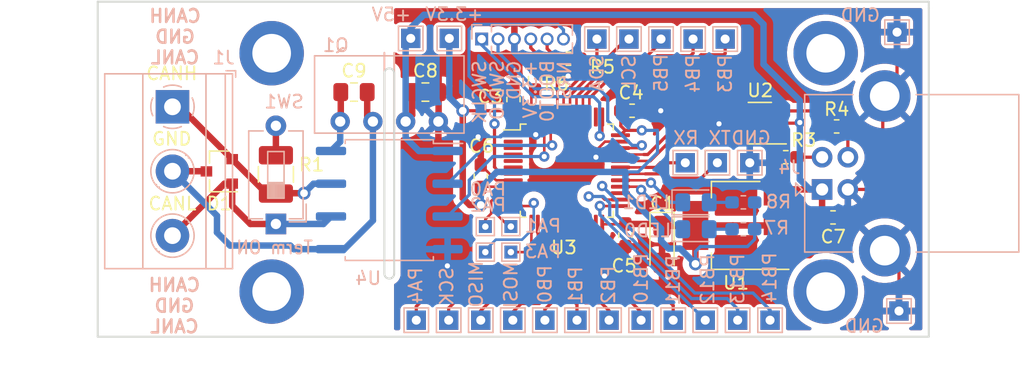
<source format=kicad_pcb>
(kicad_pcb (version 20211014) (generator pcbnew)
  (layers (0 "F.Cu" signal) (31 "B.Cu" signal) (34 "B.Paste" user) (35 "F.Paste" user) (36 "B.SilkS" user "B.Silkscreen") (37 "F.SilkS" user "F.Silkscreen") (38 "B.Mask" user) (39 "F.Mask" user) (44 "Edge.Cuts" user))
  (net 0 "")
  (net 1 "GND")
  (net 2 "+3V3")
  (net 3 "+5V")
  (net 4 "/NRST")
  (net 5 "/BOOT0")
  (net 6 "Net-(D3-Pad2)")
  (net 7 "/LED0")
  (net 8 "/LED1")
  (net 9 "/CAN_Tx")
  (net 10 "/CAN_Rx")
  (net 11 "/CANL")
  (net 12 "/CANH")
  (net 13 "Net-(D4-Pad2)")
  (net 14 "/SWDIO")
  (net 15 "/SWCLK")
  (net 16 "Net-(R1-Pad1)")
  (net 20 "Net-(C9-Pad1)")
  (net 21 "Earth")
  (net 23 "Net-(J2-Pad1)")
  (net 24 "Net-(J3-Pad4)")
  (net 30 "Net-(J4-Pad2)")
  (net 31 "Net-(J5-Pad1)")
  (net 32 "Net-(J6-Pad1)")
  (net 33 "Net-(J7-Pad1)")
  (net 35 "Net-(J8-Pad1)")
  (net 36 "Net-(J4-Pad3)")
  (net 37 "Net-(R3-Pad2)")
  (net 38 "Net-(R4-Pad2)")
  (net 39 "Net-(J9-Pad1)")
  (net 40 "Net-(J10-Pad1)")
  (net 41 "Net-(J11-Pad1)")
  (net 42 "Net-(J12-Pad1)")
  (net 43 "Net-(J13-Pad1)")
  (net 44 "Net-(J14-Pad1)")
  (net 45 "Net-(J15-Pad1)")
  (net 46 "Net-(J16-Pad1)")
  (net 47 "Net-(J21-Pad1)")
  (net 48 "Net-(J22-Pad1)")
  (net 49 "Net-(J23-Pad1)")
  (net 50 "Net-(J24-Pad1)")
  (net 51 "Net-(J25-Pad1)")
  (net 52 "Net-(J26-Pad1)")
  (net 53 "Net-(U3-Pad25)")
  (net 54 "Net-(U3-Pad26)")
  (net 55 "Net-(U3-Pad27)")
  (net 56 "Net-(U3-Pad14)")
  (net 57 "Net-(U2-Pad4)")
  (net 58 "Net-(U2-Pad6)")
  (footprint "Capacitor_Tantalum_SMD:CP_EIA-3216-18_Kemet-A_Pad1.58x1.35mm_HandSolder" (layer "F.Cu") (at 104.8004 68.3411 -90)
    (fp_text reference "C1")
    (fp_text value "47u")
  )
  (footprint "Capacitor_SMD:C_0603_1608Metric_Pad1.05x0.95mm_HandSolder" (layer "F.Cu") (at 93.2688 57.0878 -90)
    (fp_text reference "C3")
    (fp_text value "0.1")
  )
  (footprint "Capacitor_SMD:C_0603_1608Metric_Pad1.05x0.95mm_HandSolder" (layer "F.Cu") (at 102.475 57.9628 180)
    (fp_text reference "C4")
    (fp_text value "0.1")
  )
  (footprint "Capacitor_SMD:C_0603_1608Metric_Pad1.05x0.95mm_HandSolder" (layer "F.Cu") (at 101.9556 67.6262 90)
    (fp_text reference "C5")
    (fp_text value "0.1")
  )
  (footprint "Capacitor_SMD:C_0603_1608Metric_Pad1.05x0.95mm_HandSolder" (layer "F.Cu") (at 90.7288 63.0428 -90)
    (fp_text reference "C6")
    (fp_text value "0.1")
  )
  (footprint "TO_SOT_Packages_SMD:SOT-23" (layer "F.Cu") (at 70.4375 62.672 180)
    (fp_text reference "D1")
    (fp_text value "PESD1CAN")
  )
  (footprint "my_footprints:Hole_3mm" (layer "F.Cu") (at 74.5 53.5)
    (fp_text reference "P1" hide)
    (fp_text value "Hole" hide)
  )
  (footprint "my_footprints:Hole_3mm" (layer "F.Cu") (at 117.5 53.5)
    (fp_text reference "P2" hide)
    (fp_text value "Hole" hide)
  )
  (footprint "my_footprints:Hole_3mm" (layer "F.Cu") (at 117.5 72)
    (fp_text reference "P3" hide)
    (fp_text value "Hole" hide)
  )
  (footprint "my_footprints:Hole_3mm" (layer "F.Cu") (at 74.5 72)
    (fp_text reference "P4" hide)
    (fp_text value "Hole" hide)
  )
  (footprint "Resistor_SMD:R_0603_1608Metric_Pad1.05x0.95mm_HandSolder" (layer "F.Cu") (at 114.4016 61.5696 180)
    (fp_text reference "R3")
    (fp_text value "22")
  )
  (footprint "Resistor_SMD:R_0603_1608Metric_Pad1.05x0.95mm_HandSolder" (layer "F.Cu") (at 118.3526 59.182 180)
    (fp_text reference "R4")
    (fp_text value "22")
  )
  (footprint "Resistor_SMD:R_0603_1608Metric_Pad1.05x0.95mm_HandSolder" (layer "F.Cu") (at 97.536 53.9242 180)
    (fp_text reference "R5")
    (fp_text value "10k")
  )
  (footprint "Resistor_SMD:R_0603_1608Metric_Pad1.05x0.95mm_HandSolder" (layer "F.Cu") (at 94.9452 55.485 90)
    (fp_text reference "R6")
    (fp_text value "22")
  )
  (footprint "Package_QFP:LQFP-48_7x7mm_P0.5mm" (layer "F.Cu") (at 97.409 62.611)
    (fp_text reference "U3")
    (fp_text value "STM32F072C8Tx")
  )
  (footprint "Capacitor_SMD:C_0603_1608Metric_Pad1.05x0.95mm_HandSolder" (layer "F.Cu") (at 118.0706 66.2432)
    (fp_text reference "C7")
    (fp_text value "0.1")
  )
  (footprint "Capacitor_SMD:C_0805_2012Metric_Pad1.15x1.40mm_HandSolder" (layer "F.Cu") (at 86.4325 56.515)
    (fp_text reference "C8")
    (fp_text value "1")
  )
  (footprint "Capacitor_SMD:C_0805_2012Metric_Pad1.15x1.40mm_HandSolder" (layer "F.Cu") (at 80.89 56.515)
    (fp_text reference "C9")
    (fp_text value "1")
  )
  (footprint "Resistor_SMD:R_1210_3225Metric_Pad1.42x2.65mm_HandSolder" (layer "F.Cu") (at 74.8284 62.9047 -90)
    (fp_text reference "R1")
    (fp_text value "120")
  )
  (footprint "TO_SOT_Packages_SMD:SOT-223-3_TabPin2" (layer "F.Cu") (at 110.5404 66.8668 180)
    (fp_text reference "U1")
    (fp_text value "LM1117-3.3")
  )
  (footprint "Package_TO_SOT_SMD:SOT-23-6_Handsoldering" (layer "F.Cu") (at 112.3912 58.928 180)
    (fp_text reference "U2")
    (fp_text value "USBLC6-2SC6")
  )
  (footprint "LED_SMD:LED_0805_2012Metric_Pad1.15x1.40mm_HandSolder" (layer "B.Cu") (at 107.433 67.1576)
    (fp_text reference "D3" hide)
    (fp_text value "LED0")
  )
  (footprint "LED_SMD:LED_0805_2012Metric_Pad1.15x1.40mm_HandSolder" (layer "B.Cu") (at 107.433 65.0748)
    (fp_text reference "D4" hide)
    (fp_text value "LED1")
  )
  (footprint "TerminalBlock_Phoenix:TerminalBlock_Phoenix_MKDS-1,5-3_1x03_P5.00mm_Horizontal" (layer "B.Cu") (at 66.802 57.658 -90)
    (fp_text reference "J1")
    (fp_text value "Screw_Terminal_01x03")
  )
  (footprint "Connector_PinHeader_1.27mm:PinHeader_1x06_P1.27mm_Vertical" (layer "B.Cu") (at 90.8004 52.4002 -90)
    (fp_text reference "J3" hide)
    (fp_text value "SWDetc")
  )
  (footprint "Resistor_SMD:R_0603_1608Metric_Pad1.05x0.95mm_HandSolder" (layer "B.Cu") (at 111.111 67.1576)
    (fp_text reference "R7")
    (fp_text value "330")
  )
  (footprint "Resistor_SMD:R_0603_1608Metric_Pad1.05x0.95mm_HandSolder" (layer "B.Cu") (at 111.111 65.0748)
    (fp_text reference "R8")
    (fp_text value "330")
  )
  (footprint "Button_Switch_THT:SW_DIP_SPSTx01_Slide_6.7x4.1mm_W7.62mm_P2.54mm_LowProfile" (layer "B.Cu") (at 74.8284 66.7512 90)
    (fp_text reference "SW1")
    (fp_text value "SW_DIP_x01")
  )
  (footprint "Package_SO:SOP-8_6.62x9.15mm_P2.54mm" (layer "B.Cu") (at 83.6295 64.897 180)
    (fp_text reference "U4")
    (fp_text value "ISO1050DUB")
  )
  (footprint "my_footprints:B0x0xS" (layer "B.Cu") (at 83.6295 58.801 180)
    (fp_text reference "Q1")
    (fp_text value "B0505S")
  )
  (footprint "Connector_USB:USB_B_Lumberg_2411_02_Horizontal" (layer "B.Cu") (at 117.221 64.0715)
    (fp_text reference "J4")
    (fp_text value "USB_B")
  )
  (footprint "TestPoint:TestPoint_THTPad_1.5x1.5mm_Drill0.7mm" (layer "B.Cu") (at 103.1748 74.2188)
    (fp_text reference "J25" hide)
    (fp_text value "PB10")
  )
  (footprint "TestPoint:TestPoint_THTPad_1.5x1.5mm_Drill0.7mm" (layer "B.Cu") (at 111.6076 62.0014 180)
    (fp_text reference "J31" hide)
    (fp_text value "GND")
  )
  (footprint "TestPoint:TestPoint_THTPad_1.5x1.5mm_Drill0.7mm" (layer "B.Cu") (at 85.2932 52.3494 180)
    (fp_text reference "J20" hide)
    (fp_text value "+5V")
  )
  (footprint "TestPoint:TestPoint_THTPad_1.5x1.5mm_Drill0.7mm" (layer "B.Cu") (at 99.744 52.4002 180)
    (fp_text reference "J10" hide)
    (fp_text value "SDA")
  )
  (footprint "TestPoint:TestPoint_THTPad_1.5x1.5mm_Drill0.7mm" (layer "B.Cu") (at 102.2304 52.4002 180)
    (fp_text reference "J9" hide)
    (fp_text value "SCL")
  )
  (footprint "TestPoint:TestPoint_THTPad_1.5x1.5mm_Drill0.7mm" (layer "B.Cu") (at 109.698 52.4002 180)
    (fp_text reference "J16" hide)
    (fp_text value "PB3")
  )
  (footprint "TestPoint:TestPoint_THTPad_1.5x1.5mm_Drill0.7mm" (layer "B.Cu") (at 113.1824 74.2188 180)
    (fp_text reference "J29" hide)
    (fp_text value "PB14")
  )
  (footprint "TestPoint:TestPoint_THTPad_1.5x1.5mm_Drill0.7mm" (layer "B.Cu") (at 85.725 74.2188 180)
    (fp_text reference "J30" hide)
    (fp_text value "PA4")
  )
  (footprint "TestPoint:TestPoint_THTPad_1.0x1.0mm_Drill0.5mm" (layer "B.Cu") (at 93.0656 66.9544)
    (fp_text reference "J22" hide)
    (fp_text value "PA1")
  )
  (footprint "TestPoint:TestPoint_THTPad_1.5x1.5mm_Drill0.7mm" (layer "B.Cu") (at 100.6856 74.2188 180)
    (fp_text reference "J15" hide)
    (fp_text value "PB2")
  )
  (footprint "TestPoint:TestPoint_THTPad_1.0x1.0mm_Drill0.5mm" (layer "B.Cu") (at 91.0844 66.9544 180)
    (fp_text reference "J21" hide)
    (fp_text value "PA0")
  )
  (footprint "TestPoint:TestPoint_THTPad_1.5x1.5mm_Drill0.7mm" (layer "B.Cu") (at 93.218 74.2188 180)
    (fp_text reference "J6" hide)
    (fp_text value "MOSI")
  )
  (footprint "TestPoint:TestPoint_THTPad_1.5x1.5mm_Drill0.7mm" (layer "B.Cu") (at 98.1964 74.2188 180)
    (fp_text reference "J12" hide)
    (fp_text value "PB1")
  )
  (footprint "TestPoint:TestPoint_THTPad_1.5x1.5mm_Drill0.7mm" (layer "B.Cu") (at 109.093 62.0014 180)
    (fp_text reference "J7" hide)
    (fp_text value "TX")
  )
  (footprint "TestPoint:TestPoint_THTPad_1.5x1.5mm_Drill0.7mm" (layer "B.Cu") (at 123.19 73.5076 180)
    (fp_text reference "J17" hide)
    (fp_text value "GND")
  )
  (footprint "TestPoint:TestPoint_THTPad_1.0x1.0mm_Drill0.5mm" (layer "B.Cu") (at 93.0656 68.9356 180)
    (fp_text reference "J24" hide)
    (fp_text value "PA3")
  )
  (footprint "TestPoint:TestPoint_THTPad_1.5x1.5mm_Drill0.7mm" (layer "B.Cu") (at 90.7288 74.2188 180)
    (fp_text reference "J5" hide)
    (fp_text value "MISO")
  )
  (footprint "TestPoint:TestPoint_THTPad_1.5x1.5mm_Drill0.7mm" (layer "B.Cu") (at 104.7196 52.4002 180)
    (fp_text reference "J14" hide)
    (fp_text value "PB5")
  )
  (footprint "TestPoint:TestPoint_THTPad_1.5x1.5mm_Drill0.7mm" (layer "B.Cu") (at 106.6038 62.0014 180)
    (fp_text reference "J8" hide)
    (fp_text value "RX")
  )
  (footprint "TestPoint:TestPoint_THTPad_1.5x1.5mm_Drill0.7mm" (layer "B.Cu") (at 108.1532 74.2188 180)
    (fp_text reference "J27" hide)
    (fp_text value "PB12")
  )
  (footprint "TestPoint:TestPoint_THTPad_1.5x1.5mm_Drill0.7mm" (layer "B.Cu") (at 88.2396 74.2188 180)
    (fp_text reference "J2" hide)
    (fp_text value "SCK")
  )
  (footprint "TestPoint:TestPoint_THTPad_1.5x1.5mm_Drill0.7mm" (layer "B.Cu") (at 110.6678 74.2188 180)
    (fp_text reference "J28" hide)
    (fp_text value "PB13")
  )
  (footprint "TestPoint:TestPoint_THTPad_1.5x1.5mm_Drill0.7mm" (layer "B.Cu") (at 95.7072 74.2188 180)
    (fp_text reference "J11" hide)
    (fp_text value "PB0")
  )
  (footprint "TestPoint:TestPoint_THTPad_1.0x1.0mm_Drill0.5mm" (layer "B.Cu") (at 91.0844 68.9356 180)
    (fp_text reference "J23" hide)
    (fp_text value "PA2")
  )
  (footprint "TestPoint:TestPoint_THTPad_1.5x1.5mm_Drill0.7mm" (layer "B.Cu") (at 105.664 74.2188)
    (fp_text reference "J26" hide)
    (fp_text value "PB11")
  )
  (footprint "TestPoint:TestPoint_THTPad_1.5x1.5mm_Drill0.7mm" (layer "B.Cu") (at 107.2088 52.4002 180)
    (fp_text reference "J13" hide)
    (fp_text value "PB4")
  )
  (footprint "TestPoint:TestPoint_THTPad_1.5x1.5mm_Drill0.7mm" (layer "B.Cu") (at 88.2904 52.3494 180)
    (fp_text reference "J19" hide)
    (fp_text value "+3.3V")
  )
  (footprint "TestPoint:TestPoint_THTPad_1.5x1.5mm_Drill0.7mm" (layer "B.Cu") (at 123.0376 51.8668 180)
    (fp_text reference "J18" hide)
    (fp_text value "GND")
  )
  (gr_line (start 125.5 50) (end 125.5 49.5) (layer "Edge.Cuts") (width 0.15))
  (gr_line (start 61 75.5) (end 125.5 75.5) (layer "Edge.Cuts") (width 0.15))
  (gr_line (start 125.5 75.5) (end 125.5 50) (layer "Edge.Cuts") (width 0.15))
  (gr_arc (start 84.0105 70.612) (mid 83.6295 70.993) (end 83.2485 70.612) (layer "Edge.Cuts") (width 0.15))
  (gr_line (start 84.0105 55.0545) (end 84.0105 70.612) (layer "Edge.Cuts") (width 0.15))
  (gr_line (start 83.2485 55.0545) (end 83.2485 70.612) (layer "Edge.Cuts") (width 0.15))
  (gr_line (start 61 49.5) (end 61 75.5) (layer "Edge.Cuts") (width 0.15))
  (gr_arc (start 83.2485 55.0545) (mid 83.6295 54.6735) (end 84.0105 55.0545) (layer "Edge.Cuts") (width 0.15))
  (gr_line (start 61 49.5) (end 125.5 49.5) (layer "Edge.Cuts") (width 0.15))
  (gr_text "SWCLK" (at 90.6272 56.515 90) (layer "B.SilkS") (effects (font (size 1 1)) (justify mirror)))
  (gr_text "NRST" (at 97.2312 55.9816 90) (layer "B.SilkS") (effects (font (size 1 1)) (justify mirror)))
  (gr_text "Term ON" (at 74.7268 68.58) (layer "B.SilkS") (effects (font (size 1 0.92)) (justify mirror)))
  (gr_text "CANH\nGND\nCANL" (at 67.0052 52.2224) (layer "B.SilkS") (effects (font (size 1 1) (thickness 0.2)) (justify mirror)))
  (gr_text "+3.3V" (at 94.5642 56.3118 90) (layer "B.SilkS") (effects (font (size 1 1)) (justify mirror)))
  (gr_text "GND" (at 93.3196 55.6006 90) (layer "B.SilkS") (effects (font (size 1 1)) (justify mirror)))
  (gr_text "CANH\nGND\nCANL" (at 66.9544 73.1012) (layer "B.SilkS") (effects (font (size 1 1) (thickness 0.2)) (justify mirror)))
  (gr_text "SWDIO" (at 91.9988 56.3626 90) (layer "B.SilkS") (effects (font (size 1 1)) (justify mirror)))
  (gr_text "BOOT0" (at 95.885 56.4388 90) (layer "B.SilkS") (effects (font (size 1 1)) (justify mirror)))
  (gr_text "GND" (at 66.7512 60.1472) (layer "F.SilkS") (effects (font (size 1 1))))
  (gr_text "CANH" (at 66.7512 55.0672) (layer "F.SilkS") (effects (font (size 1 1))))
  (gr_text "CANL" (at 66.802 65.1764) (layer "F.SilkS") (effects (font (size 1 1))))
  (segment (start 93.3404 56.1412) (end 93.2688 56.2128) (width 0.25) (layer "F.Cu") (net 1))
  (segment (start 95.159 59.654) (end 94.996 59.817) (width 0.2) (layer "F.Cu") (net 1))
  (segment (start 95.159 58.4485) (end 95.159 59.654) (width 0.2) (layer "F.Cu") (net 1))
  (segment (start 119.221 64.0715) (end 120.8913 64.0715) (width 0.25) (layer "F.Cu") (net 1))
  (segment (start 104.475 69.7786) (end 103.1748 68.4784) (width 0.5) (layer "F.Cu") (net 1))
  (segment (start 100.3702 60.361) (end 99.6696 61.0616) (width 0.2) (layer "F.Cu") (net 1))
  (segment (start 87.4575 58.783) (end 87.4395 58.801) (width 0.5) (layer "F.Cu") (net 1))
  (segment (start 116.2532 69.1668) (end 118.9456 66.4744) (width 0.5) (layer "F.Cu") (net 1))
  (segment (start 101.9556 68.5012) (end 103.152 68.5012) (width 0.5) (layer "F.Cu") (net 1))
  (segment (start 87.7597 56.2128) (end 87.4575 56.515) (width 0.25) (layer "F.Cu") (net 1))
  (segment (start 100.0988 68.5012) (end 101.9556 68.5012) (width 0.2) (layer "F.Cu") (net 1))
  (segment (start 105.8521 70.8303) (end 113.6245 70.8303) (width 0.25) (layer "F.Cu") (net 1))
  (segment (start 113.6245 70.8303) (end 113.6904 70.7644) (width 0.25) (layer "F.Cu") (net 1))
  (segment (start 113.6904 69.1668) (end 116.2532 69.1668) (width 0.5) (layer "F.Cu") (net 1))
  (segment (start 103.152 68.5012) (end 103.1748 68.4784) (width 0.5) (layer "F.Cu") (net 1))
  (segment (start 119.221 64.0715) (end 119.221 65.9678) (width 0.5) (layer "F.Cu") (net 1))
  (segment (start 98.411 54.37) (end 97.5106 55.2704) (width 0.25) (layer "F.Cu") (net 1))
  (segment (start 93.2465 63.361) (end 91.922 63.361) (width 0.2) (layer "F.Cu") (net 1))
  (segment (start 123.0376 51.8668) (end 123.0376 55.8649) (width 0.25) (layer "F.Cu") (net 1))
  (segment (start 98.7412 53.594) (end 98.411 53.9242) (width 0.25) (layer "F.Cu") (net 1))
  (segment (start 123.19 69.9305) (end 122.081 68.8215) (width 0.25) (layer "F.Cu") (net 1))
  (segment (start 99.659 66.7735) (end 99.659 68.0614) (width 0.2) (layer "F.Cu") (net 1))
  (segment (start 87.4575 56.515) (end 87.4575 58.783) (width 0.5) (layer "F.Cu") (net 1))
  (segment (start 93.3404 52.4002) (end 93.3404 56.1412) (width 0.25) (layer "F.Cu") (net 1))
  (segment (start 101.9556 68.5012) (end 101.9556 69.1642) (width 0.25) (layer "F.Cu") (net 1))
  (segment (start 109.2708 58.928) (end 109.22 58.9788) (width 0.5) (layer "F.Cu") (net 1))
  (segment (start 113.6904 69.1668) (end 113.6904 70.7644) (width 0.5) (layer "F.Cu") (net 1))
  (segment (start 90.7288 62.1678) (end 90.7288 60.198) (width 0.25) (layer "F.Cu") (net 1))
  (segment (start 121.931 63.0318) (end 121.931 56.8015) (width 0.25) (layer "F.Cu") (net 1))
  (segment (start 101.5715 60.361) (end 100.3702 60.361) (width 0.2) (layer "F.Cu") (net 1))
  (segment (start 93.2688 56.2128) (end 87.7597 56.2128) (width 0.25) (layer "F.Cu") (net 1))
  (segment (start 90.7288 60.198) (end 90.5256 59.9948) (width 0.25) (layer "F.Cu") (net 1))
  (segment (start 119.3327 66.2432) (end 121.931 68.8415) (width 0.25) (layer "F.Cu") (net 1))
  (segment (start 111.0412 58.928) (end 109.2708 58.928) (width 0.5) (layer "F.Cu") (net 1))
  (segment (start 91.922 63.361) (end 90.7288 62.1678) (width 0.2) (layer "F.Cu") (net 1))
  (segment (start 103.35 57.9628) (end 104.6988 57.9628) (width 0.5) (layer "F.Cu") (net 1))
  (segment (start 118.9456 66.4744) (end 118.9456 66.2432) (width 0.5) (layer "F.Cu") (net 1))
  (segment (start 101.9556 69.1642) (end 100.33 70.7898) (width 0.25) (layer "F.Cu") (net 1))
  (segment (start 88.138 70.0024) (end 87.4395 69.3039) (width 0.5) (layer "F.Cu") (net 1))
  (segment (start 98.411 53.9242) (end 98.411 54.37) (width 0.25) (layer "F.Cu") (net 1))
  (segment (start 87.4395 69.3039) (end 87.4395 58.801) (width 0.5) (layer "F.Cu") (net 1))
  (segment (start 120.8913 64.0715) (end 121.931 63.0318) (width 0.25) (layer "F.Cu") (net 1))
  (segment (start 123.0376 55.8649) (end 122.081 56.8215) (width 0.25) (layer "F.Cu") (net 1))
  (segment (start 101.8058 68.5012) (end 101.9556 68.5012) (width 0.5) (layer "F.Cu") (net 1))
  (segment (start 99.659 68.0614) (end 100.0988 68.5012) (width 0.2) (layer "F.Cu") (net 1))
  (segment (start 104.8004 69.7786) (end 104.475 69.7786) (width 0.5) (layer "F.Cu") (net 1))
  (segment (start 105.8521 70.8303) (end 104.8004 69.7786) (width 0.5) (layer "F.Cu") (net 1))
  (segment (start 119.221 65.9678) (end 118.9456 66.2432) (width 0.5) (layer "F.Cu") (net 1))
  (segment (start 99.6696 61.0616) (end 99.6696 61.5696) (width 0.2) (layer "F.Cu") (net 1))
  (segment (start 118.9456 66.2432) (end 119.3327 66.2432) (width 0.25) (layer "F.Cu") (net 1))
  (segment (start 123.19 73.5076) (end 123.19 69.9305) (width 0.25) (layer "F.Cu") (net 1))
  (via (at 99.6696 61.5696) (size 0.8) (drill 0.4) (layers "F.Cu" "B.Cu") (net 1))
  (via (at 97.5106 55.2704) (size 0.8) (drill 0.4) (layers "F.Cu" "B.Cu") (net 1))
  (via (at 90.5256 59.9948) (size 0.8) (drill 0.4) (layers "F.Cu" "B.Cu") (net 1))
  (via (at 109.22 58.9788) (size 0.8) (drill 0.4) (layers "F.Cu" "B.Cu") (net 1))
  (via (at 104.6988 57.9628) (size 0.8) (drill 0.4) (layers "F.Cu" "B.Cu") (net 1))
  (via (at 88.138 70.0024) (size 0.8) (drill 0.4) (layers "F.Cu" "B.Cu") (net 1))
  (via (at 100.33 70.7898) (size 0.8) (drill 0.4) (layers "F.Cu" "B.Cu") (net 1))
  (via (at 94.996 59.817) (size 0.8) (drill 0.4) (layers "F.Cu" "B.Cu") (net 1))
  (segment (start 103.0224 57.9628) (end 100.5332 55.4736) (width 0.5) (layer "B.Cu") (net 1))
  (segment (start 109.22 58.9788) (end 107.2388 58.9788) (width 0.5) (layer "B.Cu") (net 1))
  (segment (start 90.5256 59.9948) (end 88.6333 59.9948) (width 0.2) (layer "B.Cu") (net 1))
  (segment (start 118.237 66.3194) (end 115.6716 66.3194) (width 0.5) (layer "B.Cu") (net 1))
  (segment (start 88.6333 59.9948) (end 87.4395 58.801) (width 0.2) (layer "B.Cu") (net 1))
  (segment (start 115.6716 66.3194) (end 113.157 63.8048) (width 0.5) (layer "B.Cu") (net 1))
  (segment (start 97.5106 55.2704) (end 100.33 55.2704) (width 0.25) (layer "B.Cu") (net 1))
  (segment (start 94.996 59.817) (end 95.8088 59.0296) (width 0.25) (layer "B.Cu") (net 1))
  (segment (start 95.8088 59.0296) (end 97.6884 59.0296) (width 0.25) (layer "B.Cu") (net 1))
  (segment (start 109.22 58.9788) (end 113.157 58.9788) (width 0.5) (layer "B.Cu") (net 1))
  (segment (start 98.0948 59.436) (end 98.0948 59.9948) (width 0.25) (layer "B.Cu") (net 1))
  (segment (start 97.6884 59.0296) (end 98.0948 59.436) (width 0.25) (layer "B.Cu") (net 1))
  (segment (start 113.157 63.8048) (end 113.157 58.9788) (width 0.5) (layer "B.Cu") (net 1))
  (segment (start 100.33 55.2704) (end 100.5332 55.4736) (width 0.25) (layer "B.Cu") (net 1))
  (segment (start 104.6988 57.9628) (end 103.0224 57.9628) (width 0.5) (layer "B.Cu") (net 1))
  (segment (start 92.2782 59.9948) (end 90.5256 59.9948) (width 0.2) (layer "B.Cu") (net 1))
  (segment (start 100.33 70.7898) (end 98.9838 72.136) (width 0.25) (layer "B.Cu") (net 1))
  (segment (start 107.2388 58.9788) (end 106.6292 58.9788) (width 0.5) (layer "B.Cu") (net 1))
  (segment (start 92.456 59.817) (end 92.2782 59.9948) (width 0.25) (layer "B.Cu") (net 1))
  (segment (start 94.996 59.817) (end 92.456 59.817) (width 0.25) (layer "B.Cu") (net 1))
  (segment (start 119.221 65.3354) (end 118.237 66.3194) (width 0.5) (layer "B.Cu") (net 1))
  (segment (start 104.6988 57.9628) (end 105.6132 57.9628) (width 0.5) (layer "B.Cu") (net 1))
  (segment (start 89.2556 72.136) (end 88.138 71.0184) (width 0.25) (layer "B.Cu") (net 1))
  (segment (start 88.138 71.0184) (end 88.138 70.0024) (width 0.25) (layer "B.Cu") (net 1))
  (segment (start 105.6132 57.9628) (end 106.6292 58.9788) (width 0.5) (layer "B.Cu") (net 1))
  (segment (start 88.1545 69.9859) (end 88.138 70.0024) (width 0.5) (layer "B.Cu") (net 1))
  (segment (start 119.221 64.0715) (end 119.221 65.3354) (width 0.5) (layer "B.Cu") (net 1))
  (segment (start 98.0948 59.9948) (end 99.6696 61.5696) (width 0.25) (layer "B.Cu") (net 1))
  (segment (start 98.9838 72.136) (end 89.2556 72.136) (width 0.25) (layer "B.Cu") (net 1))
  (segment (start 88.1545 68.707) (end 88.1545 69.9859) (width 0.5) (layer "B.Cu") (net 1))
  (segment (start 93.2688 57.9628) (end 93.2688 59.8387) (width 0.25) (layer "F.Cu") (net 2))
  (segment (start 101.6 57.9628) (end 101.6 59.1411) (width 0.25) (layer "F.Cu") (net 2))
  (segment (start 94.1733 57.9628) (end 94.659 58.4485) (width 0.25) (layer "F.Cu") (net 2))
  (segment (start 93.2688 57.9628) (end 89.3318 57.9628) (width 0.25) (layer "F.Cu") (net 2))
  (segment (start 100.159 66.7735) (end 101.9333 66.7735) (width 0.2) (layer "F.Cu") (net 2))
  (segment (start 107.3904 69.8492) (end 107.3912 69.85) (width 0.5) (layer "F.Cu") (net 2))
  (segment (start 93.2688 59.8387) (end 93.2465 59.861) (width 0.25) (layer "F.Cu") (net 2))
  (segment (start 104.648 66.7512) (end 104.8004 66.9036) (width 0.5) (layer "F.Cu") (net 2))
  (segment (start 90.7856 63.861) (end 90.7288 63.9178) (width 0.2) (layer "F.Cu") (net 2))
  (segment (start 94.659 58.4485) (end 94.659 56.6462) (width 0.2) (layer "F.Cu") (net 2))
  (segment (start 89.3318 64.7446) (end 89.8652 65.278) (width 0.5) (layer "F.Cu") (net 2))
  (segment (start 107.3904 66.8668) (end 107.3904 69.8492) (width 0.5) (layer "F.Cu") (net 2))
  (segment (start 113.6904 66.8668) (end 111.4692 66.8668) (width 0.5) (layer "F.Cu") (net 2))
  (segment (start 111.4692 66.8668) (end 110.3008 66.8668) (width 0.5) (layer "F.Cu") (net 2))
  (segment (start 89.8652 65.278) (end 90.7288 65.278) (width 0.5) (layer "F.Cu") (net 2))
  (segment (start 94.659 56.6462) (end 94.9452 56.36) (width 0.2) (layer "F.Cu") (net 2))
  (segment (start 89.3318 57.9628) (end 89.3318 64.7446) (width 0.5) (layer "F.Cu") (net 2))
  (segment (start 93.2688 57.9628) (end 94.1733 57.9628) (width 0.25) (layer "F.Cu") (net 2))
  (segment (start 101.6 59.1411) (end 101.9457 59.4868) (width 0.25) (layer "F.Cu") (net 2))
  (segment (start 110.3008 66.8668) (end 107.3904 66.8668) (width 0.5) (layer "F.Cu") (net 2))
  (segment (start 101.9457 59.4868) (end 101.5715 59.861) (width 0.25) (layer "F.Cu") (net 2))
  (segment (start 90.7288 65.278) (end 90.7288 63.9178) (width 0.25) (layer "F.Cu") (net 2))
  (segment (start 104.8004 66.9036) (end 107.3536 66.9036) (width 0.5) (layer "F.Cu") (net 2))
  (segment (start 101.9333 66.7735) (end 101.9556 66.7512) (width 0.2) (layer "F.Cu") (net 2))
  (segment (start 101.9556 66.7512) (end 104.648 66.7512) (width 0.5) (layer "F.Cu") (net 2))
  (segment (start 93.2465 63.861) (end 90.7856 63.861) (width 0.2) (layer "F.Cu") (net 2))
  (segment (start 103.2256 59.4868) (end 101.9457 59.4868) (width 0.25) (layer "F.Cu") (net 2))
  (segment (start 107.3536 66.9036) (end 107.3904 66.8668) (width 0.5) (layer "F.Cu") (net 2))
  (via (at 107.3912 69.85) (size 1) (drill 0.6) (layers "F.Cu" "B.Cu") (net 2))
  (via (at 89.3318 57.9628) (size 1) (drill 0.6) (layers "F.Cu" "B.Cu") (net 2))
  (via (at 103.2256 59.4868) (size 0.8) (drill 0.4) (layers "F.Cu" "B.Cu") (net 2))
  (via (at 90.7288 65.278) (size 1) (drill 0.6) (layers "F.Cu" "B.Cu") (net 2))
  (segment (start 91.9734 62.7126) (end 101.9556 62.7126) (width 0.5) (layer "B.Cu") (net 2))
  (segment (start 104.7242 68.072) (end 104.7242 67.1068) (width 0.5) (layer "B.Cu") (net 2))
  (segment (start 101.9556 62.7126) (end 101.9556 64.3382) (width 0.5) (layer "B.Cu") (net 2))
  (segment (start 90.7288 65.278) (end 90.7288 63.9572) (width 0.5) (layer "B.Cu") (net 2))
  (segment (start 107.3912 69.85) (end 107.3912 68.8848) (width 0.25) (layer "B.Cu") (net 2))
  (segment (start 111.986 65.0748) (end 111.986 67.1576) (width 0.25) (layer "B.Cu") (net 2))
  (segment (start 104.4448 59.4868) (end 103.2256 59.4868) (width 0.25) (layer "B.Cu") (net 2))
  (segment (start 106.1974 68.6562) (end 105.3084 68.6562) (width 0.5) (layer "B.Cu") (net 2))
  (segment (start 105.3084 68.6562) (end 104.7242 68.072) (width 0.5) (layer "B.Cu") (net 2))
  (segment (start 102.9462 62.7126) (end 101.9556 62.7126) (width 0.25) (layer "B.Cu") (net 2))
  (segment (start 104.4448 59.4868) (end 104.4448 61.214) (width 0.25) (layer "B.Cu") (net 2))
  (segment (start 111.986 67.1576) (end 111.986 67.9476) (width 0.25) (layer "B.Cu") (net 2))
  (segment (start 104.4448 61.214) (end 102.9462 62.7126) (width 0.25) (layer "B.Cu") (net 2))
  (segment (start 88.2904 56.9214) (end 89.3318 57.9628) (width 0.5) (layer "B.Cu") (net 2))
  (segment (start 107.7722 68.5038) (end 111.4298 68.5038) (width 0.25) (layer "B.Cu") (net 2))
  (segment (start 101.9556 64.3382) (end 102.3366 64.7192) (width 0.5) (layer "B.Cu") (net 2))
  (segment (start 107.3912 69.85) (end 106.1974 68.6562) (width 0.5) (layer "B.Cu") (net 2))
  (segment (start 111.986 67.9476) (end 111.4298 68.5038) (width 0.25) (layer "B.Cu") (net 2))
  (segment (start 90.7288 63.9572) (end 91.9734 62.7126) (width 0.5) (layer "B.Cu") (net 2))
  (segment (start 104.7242 67.1068) (end 102.3366 64.7192) (width 0.5) (layer "B.Cu") (net 2))
  (segment (start 107.3912 68.8848) (end 107.7722 68.5038) (width 0.25) (layer "B.Cu") (net 2))
  (segment (start 88.2904 52.3494) (end 88.2904 56.9214) (width 0.5) (layer "B.Cu") (net 2))
  (segment (start 117.221 64.0715) (end 117.221 66.2178) (width 0.5) (layer "F.Cu") (net 3))
  (segment (start 115.443 58.928) (end 115.4938 58.8772) (width 0.25) (layer "F.Cu") (net 3))
  (segment (start 117.221 64.0715) (end 114.1857 64.0715) (width 0.5) (layer "F.Cu") (net 3))
  (segment (start 85.4075 58.293) (end 84.8995 58.801) (width 0.5) (layer "F.Cu") (net 3))
  (segment (start 117.221 66.2178) (end 117.1956 66.2432) (width 0.5) (layer "F.Cu") (net 3))
  (segment (start 113.7412 58.928) (end 115.443 58.928) (width 0.25) (layer "F.Cu") (net 3))
  (segment (start 85.4075 56.515) (end 85.4075 58.293) (width 0.5) (layer "F.Cu") (net 3))
  (segment (start 114.1857 64.0715) (end 113.6904 64.5668) (width 0.5) (layer "F.Cu") (net 3))
  (via (at 115.4938 58.8772) (size 0.8) (drill 0.4) (layers "F.Cu" "B.Cu") (net 3))
  (segment (start 117.221 64.0715) (end 116.2685 64.0715) (width 0.5) (layer "B.Cu") (net 3))
  (segment (start 115.4938 57.1754) (end 112.6744 54.356) (width 0.5) (layer "B.Cu") (net 3))
  (segment (start 85.2932 52.3494) (end 85.2932 51.5366) (width 0.5) (layer "B.Cu") (net 3))
  (segment (start 84.8995 52.7431) (end 85.2932 52.3494) (width 0.5) (layer "B.Cu") (net 3))
  (segment (start 88.1545 61.087) (end 85.9282 61.087) (width 0.5) (layer "B.Cu") (net 3))
  (segment (start 115.4938 63.2968) (end 115.4938 58.8772) (width 0.5) (layer "B.Cu") (net 3))
  (segment (start 112.6744 51.2572) (end 111.9378 50.5206) (width 0.5) (layer "B.Cu") (net 3))
  (segment (start 116.2685 64.0715) (end 115.4938 63.2968) (width 0.5) (layer "B.Cu") (net 3))
  (segment (start 115.4938 58.8772) (end 115.4938 57.1754) (width 0.5) (layer "B.Cu") (net 3))
  (segment (start 85.9282 61.087) (end 84.8995 60.0583) (width 0.5) (layer "B.Cu") (net 3))
  (segment (start 111.9378 50.5206) (end 86.3092 50.5206) (width 0.5) (layer "B.Cu") (net 3))
  (segment (start 112.6744 54.356) (end 112.6744 51.2572) (width 0.5) (layer "B.Cu") (net 3))
  (segment (start 85.2932 51.5366) (end 86.3092 50.5206) (width 0.5) (layer "B.Cu") (net 3))
  (segment (start 84.8995 58.801) (end 84.8995 52.7431) (width 0.5) (layer "B.Cu") (net 3))
  (segment (start 84.8995 60.0583) (end 84.8995 58.801) (width 0.5) (layer "B.Cu") (net 3))
  (segment (start 92.325 62.861) (end 91.8464 62.3824) (width 0.2) (layer "F.Cu") (net 4))
  (segment (start 93.2465 62.861) (end 92.325 62.861) (width 0.2) (layer "F.Cu") (net 4))
  (segment (start 91.7956 62.3316) (end 91.8464 62.3824) (width 0.25) (layer "F.Cu") (net 4))
  (segment (start 91.7956 58.9788) (end 91.7956 62.3316) (width 0.25) (layer "F.Cu") (net 4))
  (via (at 91.7956 58.9788) (size 0.8) (drill 0.4) (layers "F.Cu" "B.Cu") (net 4))
  (segment (start 89.8144 51.6636) (end 90.2208 51.2572) (width 0.25) (layer "B.Cu") (net 4))
  (segment (start 90.2208 51.2572) (end 96.7232 51.2572) (width 0.25) (layer "B.Cu") (net 4))
  (segment (start 89.8144 55.2704) (end 89.8144 51.6636) (width 0.25) (layer "B.Cu") (net 4))
  (segment (start 96.7232 51.2572) (end 97.1504 51.6844) (width 0.25) (layer "B.Cu") (net 4))
  (segment (start 97.1504 51.6844) (end 97.1504 52.4002) (width 0.25) (layer "B.Cu") (net 4))
  (segment (start 91.7956 57.2516) (end 89.8144 55.2704) (width 0.25) (layer "B.Cu") (net 4))
  (segment (start 91.7956 58.9788) (end 91.7956 57.2516) (width 0.25) (layer "B.Cu") (net 4))
  (segment (start 96.675 53.9382) (end 96.661 53.9242) (width 0.25) (layer "F.Cu") (net 5))
  (segment (start 96.675 56.388) (end 96.675 58.4325) (width 0.2) (layer "F.Cu") (net 5))
  (segment (start 95.8804 53.1436) (end 96.661 53.9242) (width 0.25) (layer "F.Cu") (net 5))
  (segment (start 96.675 56.388) (end 96.675 53.9382) (width 0.25) (layer "F.Cu") (net 5))
  (segment (start 95.8804 52.4002) (end 95.8804 53.1436) (width 0.25) (layer "F.Cu") (net 5))
  (segment (start 96.675 58.4325) (end 96.659 58.4485) (width 0.2) (layer "F.Cu") (net 5))
  (segment (start 110.236 67.1576) (end 108.458 67.1576) (width 0.25) (layer "B.Cu") (net 6))
  (segment (start 102.9262 63.861) (end 103.1748 64.1096) (width 0.2) (layer "F.Cu") (net 7))
  (segment (start 101.5715 63.861) (end 102.9262 63.861) (width 0.2) (layer "F.Cu") (net 7))
  (via (at 103.1748 64.1096) (size 0.8) (drill 0.4) (layers "F.Cu" "B.Cu") (net 7))
  (segment (start 106.2228 67.1576) (end 106.408 67.1576) (width 0.25) (layer "B.Cu") (net 7))
  (segment (start 103.1748 64.1096) (end 106.2228 67.1576) (width 0.25) (layer "B.Cu") (net 7))
  (segment (start 103.747 63.361) (end 103.9368 63.5508) (width 0.2) (layer "F.Cu") (net 8))
  (segment (start 101.5715 63.361) (end 103.747 63.361) (width 0.2) (layer "F.Cu") (net 8))
  (via (at 103.9368 63.5508) (size 0.8) (drill 0.4) (layers "F.Cu" "B.Cu") (net 8))
  (segment (start 105.4608 65.0748) (end 103.9368 63.5508) (width 0.25) (layer "B.Cu") (net 8))
  (segment (start 106.408 65.0748) (end 105.4608 65.0748) (width 0.25) (layer "B.Cu") (net 8))
  (segment (start 95.659 58.4485) (end 95.659 61.5162) (width 0.2) (layer "F.Cu") (net 9))
  (segment (start 95.659 61.5162) (end 95.6564 61.5188) (width 0.2) (layer "F.Cu") (net 9))
  (via (at 95.6564 61.5188) (size 0.8) (drill 0.4) (layers "F.Cu" "B.Cu") (net 9))
  (segment (start 95.6564 61.5188) (end 91.6686 61.5188) (width 0.25) (layer "B.Cu") (net 9))
  (segment (start 91.6686 61.5188) (end 89.8398 63.3476) (width 0.25) (layer "B.Cu") (net 9))
  (segment (start 89.8398 63.3476) (end 89.8398 64.4817) (width 0.25) (layer "B.Cu") (net 9))
  (segment (start 89.8398 64.4817) (end 88.1545 66.167) (width 0.25) (layer "B.Cu") (net 9))
  (segment (start 96.159 60.5482) (end 96.266 60.6552) (width 0.2) (layer "F.Cu") (net 10))
  (segment (start 96.159 58.4485) (end 96.159 60.5482) (width 0.2) (layer "F.Cu") (net 10))
  (via (at 96.266 60.6552) (size 0.8) (drill 0.4) (layers "F.Cu" "B.Cu") (net 10))
  (segment (start 91.1263 60.6552) (end 88.1545 63.627) (width 0.25) (layer "B.Cu") (net 10))
  (segment (start 96.266 60.6552) (end 91.1263 60.6552) (width 0.25) (layer "B.Cu") (net 10))
  (segment (start 71.4375 63.622) (end 70.838 63.622) (width 0.5) (layer "F.Cu") (net 11))
  (segment (start 70.838 63.622) (end 66.802 67.658) (width 0.5) (layer "F.Cu") (net 11))
  (segment (start 72.8472 66.7512) (end 74.8284 66.7512) (width 0.5) (layer "F.Cu") (net 11))
  (segment (start 71.4375 63.622) (end 71.4375 65.3415) (width 0.5) (layer "F.Cu") (net 11))
  (segment (start 71.4375 65.3415) (end 72.8472 66.7512) (width 0.5) (layer "F.Cu") (net 11))
  (segment (start 78.5203 66.7512) (end 79.1045 66.167) (width 0.5) (layer "B.Cu") (net 11))
  (segment (start 74.8284 66.7512) (end 78.5203 66.7512) (width 0.5) (layer "B.Cu") (net 11))
  (segment (start 67.3735 57.658) (end 71.4375 61.722) (width 0.5) (layer "F.Cu") (net 12))
  (segment (start 74.1077 64.3922) (end 71.4375 61.722) (width 0.5) (layer "F.Cu") (net 12))
  (segment (start 74.8284 64.3922) (end 74.1077 64.3922) (width 0.5) (layer "F.Cu") (net 12))
  (segment (start 66.802 57.658) (end 67.3735 57.658) (width 0.5) (layer "F.Cu") (net 12))
  (segment (start 77.0128 64.3636) (end 74.857 64.3636) (width 0.5) (layer "F.Cu") (net 12))
  (segment (start 74.857 64.3636) (end 74.8284 64.3922) (width 0.5) (layer "F.Cu") (net 12))
  (via (at 77.0128 64.3636) (size 1) (drill 0.6) (layers "F.Cu" "B.Cu") (net 12))
  (segment (start 79.1045 63.627) (end 77.7494 63.627) (width 0.5) (layer "B.Cu") (net 12))
  (segment (start 77.7494 63.627) (end 77.0128 64.3636) (width 0.5) (layer "B.Cu") (net 12))
  (segment (start 108.458 65.0748) (end 110.236 65.0748) (width 0.25) (layer "B.Cu") (net 13))
  (segment (start 103.0198 60.861) (end 103.2256 60.6552) (width 0.2) (layer "F.Cu") (net 14))
  (segment (start 101.5715 60.861) (end 103.0198 60.861) (width 0.2) (layer "F.Cu") (net 14))
  (via (at 103.2256 60.6552) (size 0.8) (drill 0.4) (layers "F.Cu" "B.Cu") (net 14))
  (segment (start 100.584 56.9468) (end 100.584 58.7502) (width 0.25) (layer "B.Cu") (net 14))
  (segment (start 94.9198 56.261) (end 99.8982 56.261) (width 0.25) (layer "B.Cu") (net 14))
  (segment (start 102.489 60.6552) (end 103.2256 60.6552) (width 0.25) (layer "B.Cu") (net 14))
  (segment (start 92.0704 52.4002) (end 92.0704 53.4116) (width 0.25) (layer "B.Cu") (net 14))
  (segment (start 99.8982 56.261) (end 100.584 56.9468) (width 0.25) (layer "B.Cu") (net 14))
  (segment (start 100.584 58.7502) (end 102.489 60.6552) (width 0.25) (layer "B.Cu") (net 14))
  (segment (start 92.0704 53.4116) (end 94.9198 56.261) (width 0.25) (layer "B.Cu") (net 14))
  (segment (start 100.159 58.4485) (end 100.159 59.724666) (width 0.2) (layer "F.Cu") (net 15))
  (segment (start 100.159 59.724666) (end 99.957486 59.92618) (width 0.2) (layer "F.Cu") (net 15))
  (via (at 99.957486 59.92618) (size 0.8) (drill 0.4) (layers "F.Cu" "B.Cu") (net 15))
  (segment (start 99.483372 56.8706) (end 95.8342 56.8706) (width 0.25) (layer "B.Cu") (net 15))
  (segment (start 90.8004 52.8528) (end 94.8182 56.8706) (width 0.25) (layer "B.Cu") (net 15))
  (segment (start 90.8004 52.4002) (end 90.8004 52.8528) (width 0.25) (layer "B.Cu") (net 15))
  (segment (start 94.8182 56.8706) (end 95.8342 56.8706) (width 0.25) (layer "B.Cu") (net 15))
  (segment (start 99.957486 59.92618) (end 99.957486 57.344714) (width 0.25) (layer "B.Cu") (net 15))
  (segment (start 99.957486 57.344714) (end 99.483372 56.8706) (width 0.25) (layer "B.Cu") (net 15))
  (segment (start 74.8284 59.1312) (end 74.8284 61.4172) (width 0.5) (layer "F.Cu") (net 16))
  (segment (start 79.865 58.7555) (end 79.8195 58.801) (width 0.5) (layer "F.Cu") (net 20))
  (segment (start 79.865 56.515) (end 79.865 58.7555) (width 0.5) (layer "F.Cu") (net 20))
  (segment (start 79.8195 60.372) (end 79.1045 61.087) (width 0.5) (layer "B.Cu") (net 20))
  (segment (start 79.8195 58.801) (end 79.8195 60.372) (width 0.5) (layer "B.Cu") (net 20))
  (segment (start 81.915 58.3565) (end 82.3595 58.801) (width 0.5) (layer "F.Cu") (net 21))
  (segment (start 69.4235 62.658) (end 69.4375 62.672) (width 0.5) (layer "F.Cu") (net 21))
  (segment (start 81.915 56.515) (end 81.915 58.3565) (width 0.5) (layer "F.Cu") (net 21))
  (segment (start 66.802 62.658) (end 69.4235 62.658) (width 0.5) (layer "F.Cu") (net 21))
  (segment (start 75.946 68.4276) (end 71.2724 68.4276) (width 0.5) (layer "B.Cu") (net 21))
  (segment (start 79.1045 68.707) (end 80.137 68.707) (width 0.5) (layer "B.Cu") (net 21))
  (segment (start 82.3595 66.4845) (end 82.3595 58.801) (width 0.5) (layer "B.Cu") (net 21))
  (segment (start 70.2564 66.1124) (end 66.802 62.658) (width 0.5) (layer "B.Cu") (net 21))
  (segment (start 80.137 68.707) (end 82.3595 66.4845) (width 0.5) (layer "B.Cu") (net 21))
  (segment (start 76.2254 68.707) (end 75.946 68.4276) (width 0.5) (layer "B.Cu") (net 21))
  (segment (start 71.2724 68.4276) (end 70.2564 67.4116) (width 0.5) (layer "B.Cu") (net 21))
  (segment (start 79.1045 68.707) (end 76.2254 68.707) (width 0.5) (layer "B.Cu") (net 21))
  (segment (start 70.2564 67.4116) (end 70.2564 66.1124) (width 0.5) (layer "B.Cu") (net 21))
  (segment (start 88.2396 73.279) (end 88.2396 74.2188) (width 0.25) (layer "F.Cu") (net 23))
  (segment (start 94.8436 71.9836) (end 89.535 71.9836) (width 0.25) (layer "F.Cu") (net 23))
  (segment (start 89.535 71.9836) (end 88.2396 73.279) (width 0.25) (layer "F.Cu") (net 23))
  (segment (start 95.6564 67.8688) (end 95.6564 71.1708) (width 0.25) (layer "F.Cu") (net 23))
  (segment (start 95.659 67.8662) (end 95.6564 67.8688) (width 0.25) (layer "F.Cu") (net 23))
  (segment (start 95.659 66.7735) (end 95.659 67.8662) (width 0.2) (layer "F.Cu") (net 23))
  (segment (start 95.6564 71.1708) (end 94.8436 71.9836) (width 0.25) (layer "F.Cu") (net 23))
  (segment (start 94.9452 53.4162) (end 94.6104 53.0814) (width 0.25) (layer "F.Cu") (net 24))
  (segment (start 94.6104 53.0814) (end 94.6104 52.4002) (width 0.25) (layer "F.Cu") (net 24))
  (segment (start 94.9452 54.61) (end 94.9452 53.4162) (width 0.25) (layer "F.Cu") (net 24))
  (segment (start 115.2785 61.5715) (end 115.2766 61.5696) (width 0.25) (layer "F.Cu") (net 30))
  (segment (start 117.221 61.5715) (end 115.2785 61.5715) (width 0.25) (layer "F.Cu") (net 30))
  (segment (start 96.159 71.3286) (end 95.0722 72.4154) (width 0.25) (layer "F.Cu") (net 31))
  (segment (start 96.159 68.0774) (end 96.159 71.3286) (width 0.25) (layer "F.Cu") (net 31))
  (segment (start 91.7956 72.4154) (end 90.7288 73.4822) (width 0.25) (layer "F.Cu") (net 31))
  (segment (start 90.7288 73.4822) (end 90.7288 74.2188) (width 0.25) (layer "F.Cu") (net 31))
  (segment (start 95.0722 72.4154) (end 91.7956 72.4154) (width 0.25) (layer "F.Cu") (net 31))
  (segment (start 96.159 66.7735) (end 96.159 68.0774) (width 0.2) (layer "F.Cu") (net 31))
  (segment (start 93.8784 72.9234) (end 95.2754 72.9234) (width 0.25) (layer "F.Cu") (net 32))
  (segment (start 95.2754 72.9234) (end 96.659 71.5398) (width 0.25) (layer "F.Cu") (net 32))
  (segment (start 96.659 66.7735) (end 96.659 68.187) (width 0.2) (layer "F.Cu") (net 32))
  (segment (start 93.218 74.2188) (end 93.218 73.5838) (width 0.25) (layer "F.Cu") (net 32))
  (segment (start 93.218 73.5838) (end 93.8784 72.9234) (width 0.25) (layer "F.Cu") (net 32))
  (segment (start 96.659 71.5398) (end 96.659 68.187) (width 0.25) (layer "F.Cu") (net 32))
  (segment (start 105.41 63.1952) (end 105.0758 62.861) (width 0.25) (layer "F.Cu") (net 33))
  (segment (start 107.8484 63.1952) (end 109.0422 62.0014) (width 0.25) (layer "F.Cu") (net 33))
  (segment (start 101.5715 62.861) (end 103.501 62.861) (width 0.2) (layer "F.Cu") (net 33))
  (segment (start 109.0422 62.0014) (end 109.093 62.0014) (width 0.25) (layer "F.Cu") (net 33))
  (segment (start 107.8484 63.1952) (end 105.41 63.1952) (width 0.25) (layer "F.Cu") (net 33))
  (segment (start 103.501 62.861) (end 105.0758 62.861) (width 0.25) (layer "F.Cu") (net 33))
  (segment (start 103.5518 62.361) (end 104.3138 62.361) (width 0.25) (layer "F.Cu") (net 35))
  (segment (start 104.6734 62.0014) (end 104.5083 62.1665) (width 0.25) (layer "F.Cu") (net 35))
  (segment (start 104.5083 62.1665) (end 104.3138 62.361) (width 0.25) (layer "F.Cu") (net 35))
  (segment (start 106.6038 62.0014) (end 104.6734 62.0014) (width 0.25) (layer "F.Cu") (net 35))
  (segment (start 101.5715 62.361) (end 103.5518 62.361) (width 0.2) (layer "F.Cu") (net 35))
  (segment (start 119.221 61.5715) (end 119.221 59.1886) (width 0.25) (layer "F.Cu") (net 36))
  (segment (start 119.221 59.1886) (end 119.2276 59.182) (width 0.25) (layer "F.Cu") (net 36))
  (segment (start 113.7412 61.355) (end 113.5266 61.5696) (width 0.25) (layer "F.Cu") (net 37))
  (segment (start 113.7412 59.878) (end 113.7412 61.355) (width 0.25) (layer "F.Cu") (net 37))
  (segment (start 116.2736 57.978) (end 117.4776 59.182) (width 0.25) (layer "F.Cu") (net 38))
  (segment (start 113.7412 57.978) (end 116.2736 57.978) (width 0.25) (layer "F.Cu") (net 38))
  (segment (start 97.659 58.4485) (end 97.659 56.773) (width 0.2) (layer "F.Cu") (net 39))
  (segment (start 102.2304 52.4002) (end 102.0318 52.4002) (width 0.25) (layer "F.Cu") (net 39))
  (segment (start 102.0318 52.4002) (end 97.659 56.773) (width 0.25) (layer "F.Cu") (net 39))
  (segment (start 97.159 58.4485) (end 97.159 56.6634) (width 0.2) (layer "F.Cu") (net 40))
  (segment (start 99.744 52.4002) (end 99.744 54.0784) (width 0.25) (layer "F.Cu") (net 40))
  (segment (start 99.744 54.0784) (end 99.314 54.5084) (width 0.25) (layer "F.Cu") (net 40))
  (segment (start 97.159 56.6634) (end 99.314 54.5084) (width 0.25) (layer "F.Cu") (net 40))
  (segment (start 97.1804 71.9074) (end 95.7072 73.3806) (width 0.25) (layer "F.Cu") (net 41))
  (segment (start 97.1804 68.2672) (end 97.159 68.2458) (width 0.25) (layer "F.Cu") (net 41))
  (segment (start 95.7072 73.3806) (end 95.7072 74.2188) (width 0.25) (layer "F.Cu") (net 41))
  (segment (start 97.159 66.7735) (end 97.159 68.2458) (width 0.2) (layer "F.Cu") (net 41))
  (segment (start 97.1804 71.9074) (end 97.1804 68.2672) (width 0.25) (layer "F.Cu") (net 41))
  (segment (start 98.1964 72.9996) (end 98.1964 74.2188) (width 0.25) (layer "F.Cu") (net 42))
  (segment (start 97.659 68.3046) (end 97.659 72.4622) (width 0.25) (layer "F.Cu") (net 42))
  (segment (start 97.659 72.4622) (end 98.1964 72.9996) (width 0.25) (layer "F.Cu") (net 42))
  (segment (start 97.659 66.7735) (end 97.659 68.3046) (width 0.2) (layer "F.Cu") (net 42))
  (segment (start 103.9368 54.1782) (end 104.4194 53.6956) (width 0.25) (layer "F.Cu") (net 43))
  (segment (start 98.659 58.4485) (end 98.659 56.9414) (width 0.2) (layer "F.Cu") (net 43))
  (segment (start 104.4194 53.6956) (end 107.0102 53.6956) (width 0.25) (layer "F.Cu") (net 43))
  (segment (start 98.659 56.9414) (end 98.806 56.7944) (width 0.2) (layer "F.Cu") (net 43))
  (segment (start 107.0102 53.6956) (end 107.2088 53.497) (width 0.25) (layer "F.Cu") (net 43))
  (segment (start 107.2088 53.497) (end 107.2088 52.4002) (width 0.25) (layer "F.Cu") (net 43))
  (segment (start 101.4222 54.1782) (end 103.9368 54.1782) (width 0.25) (layer "F.Cu") (net 43))
  (segment (start 98.806 56.7944) (end 101.4222 54.1782) (width 0.25) (layer "F.Cu") (net 43))
  (segment (start 101.2952 53.7464) (end 103.6066 53.7464) (width 0.25) (layer "F.Cu") (net 44))
  (segment (start 104.7196 52.6334) (end 104.7196 52.4002) (width 0.25) (layer "F.Cu") (net 44))
  (segment (start 98.2472 56.7944) (end 101.2952 53.7464) (width 0.25) (layer "F.Cu") (net 44))
  (segment (start 103.6066 53.7464) (end 104.7196 52.6334) (width 0.25) (layer "F.Cu") (net 44))
  (segment (start 98.159 58.4485) (end 98.159 56.8826) (width 0.2) (layer "F.Cu") (net 44))
  (segment (start 98.159 56.8826) (end 98.2472 56.7944) (width 0.2) (layer "F.Cu") (net 44))
  (segment (start 100.6856 74.2188) (end 100.6856 73.4822) (width 0.25) (layer "F.Cu") (net 45))
  (segment (start 98.159 72.1748) (end 98.8568 72.8726) (width 0.25) (layer "F.Cu") (net 45))
  (segment (start 98.159 68.3126) (end 98.159 72.1748) (width 0.25) (layer "F.Cu") (net 45))
  (segment (start 98.8568 72.8726) (end 100.076 72.8726) (width 0.25) (layer "F.Cu") (net 45))
  (segment (start 100.6856 73.4822) (end 100.076 72.8726) (width 0.25) (layer "F.Cu") (net 45))
  (segment (start 98.159 66.7735) (end 98.159 68.3126) (width 0.2) (layer "F.Cu") (net 45))
  (segment (start 99.159 57.0002) (end 99.3648 56.7944) (width 0.2) (layer "F.Cu") (net 46))
  (segment (start 99.159 58.4485) (end 99.159 57.0002) (width 0.2) (layer "F.Cu") (net 46))
  (segment (start 99.3648 56.7944) (end 101.5746 54.5846) (width 0.25) (layer "F.Cu") (net 46))
  (segment (start 109.698 53.5224) (end 109.698 52.4002) (width 0.25) (layer "F.Cu") (net 46))
  (segment (start 101.5746 54.5846) (end 104.0638 54.5846) (width 0.25) (layer "F.Cu") (net 46))
  (segment (start 107.823 53.6194) (end 109.601 53.6194) (width 0.25) (layer "F.Cu") (net 46))
  (segment (start 109.601 53.6194) (end 109.698 53.5224) (width 0.25) (layer "F.Cu") (net 46))
  (segment (start 104.5464 54.102) (end 107.3404 54.102) (width 0.25) (layer "F.Cu") (net 46))
  (segment (start 107.3404 54.102) (end 107.823 53.6194) (width 0.25) (layer "F.Cu") (net 46))
  (segment (start 104.0638 54.5846) (end 104.5464 54.102) (width 0.25) (layer "F.Cu") (net 46))
  (segment (start 92.1538 64.361) (end 91.5416 64.9732) (width 0.2) (layer "F.Cu") (net 47))
  (segment (start 91.0844 66.3956) (end 91.0844 66.9544) (width 0.2) (layer "F.Cu") (net 47))
  (segment (start 93.2465 64.361) (end 92.1538 64.361) (width 0.2) (layer "F.Cu") (net 47))
  (segment (start 91.5416 65.9384) (end 91.0844 66.3956) (width 0.2) (layer "F.Cu") (net 47))
  (segment (start 91.5416 64.9732) (end 91.5416 65.9384) (width 0.2) (layer "F.Cu") (net 47))
  (segment (start 92.111 64.861) (end 91.8972 65.0748) (width 0.2) (layer "F.Cu") (net 48))
  (segment (start 93.2465 64.861) (end 92.111 64.861) (width 0.2) (layer "F.Cu") (net 48))
  (segment (start 92.9132 66.9544) (end 93.0656 66.9544) (width 0.2) (layer "F.Cu") (net 48))
  (segment (start 91.8972 65.9384) (end 92.9132 66.9544) (width 0.2) (layer "F.Cu") (net 48))
  (segment (start 91.8972 65.0748) (end 91.8972 65.9384) (width 0.2) (layer "F.Cu") (net 48))
  (segment (start 94.6082 65.361) (end 94.8436 65.1256) (width 0.2) (layer "F.Cu") (net 49))
  (segment (start 93.2465 65.361) (end 94.6082 65.361) (width 0.2) (layer "F.Cu") (net 49))
  (via (at 94.8436 65.1256) (size 0.8) (drill 0.4) (layers "F.Cu" "B.Cu") (net 49))
  (segment (start 91.0844 68.7832) (end 91.0844 68.9356) (width 0.2) (layer "B.Cu") (net 49))
  (segment (start 94.8436 65.1256) (end 94.8436 67.056) (width 0.2) (layer "B.Cu") (net 49))
  (segment (start 93.9292 67.9704) (end 91.8972 67.9704) (width 0.2) (layer "B.Cu") (net 49))
  (segment (start 94.8436 67.056) (end 93.9292 67.9704) (width 0.2) (layer "B.Cu") (net 49))
  (segment (start 91.8972 67.9704) (end 91.0844 68.7832) (width 0.2) (layer "B.Cu") (net 49))
  (segment (start 94.1324 68.9356) (end 93.0656 68.9356) (width 0.2) (layer "F.Cu") (net 50))
  (segment (start 94.659 66.7735) (end 94.659 68.409) (width 0.2) (layer "F.Cu") (net 50))
  (segment (start 94.659 68.409) (end 94.1324 68.9356) (width 0.2) (layer "F.Cu") (net 50))
  (segment (start 100.711 72.8218) (end 100.3046 72.4154) (width 0.25) (layer "F.Cu") (net 51))
  (segment (start 103.1748 73.5838) (end 102.4128 72.8218) (width 0.25) (layer "F.Cu") (net 51))
  (segment (start 102.4128 72.8218) (end 100.711 72.8218) (width 0.25) (layer "F.Cu") (net 51))
  (segment (start 100.3046 72.4154) (end 100.3046 72.39) (width 0.25) (layer "F.Cu") (net 51))
  (segment (start 98.659 66.7735) (end 98.659 68.473) (width 0.2) (layer "F.Cu") (net 51))
  (segment (start 98.659 71.8112) (end 98.659 68.473) (width 0.25) (layer "F.Cu") (net 51))
  (segment (start 99.2378 72.39) (end 98.659 71.8112) (width 0.25) (layer "F.Cu") (net 51))
  (segment (start 100.3046 72.39) (end 99.2378 72.39) (width 0.25) (layer "F.Cu") (net 51))
  (segment (start 103.1748 74.2188) (end 103.1748 73.5838) (width 0.25) (layer "F.Cu") (net 51))
  (segment (start 105.4354 72.8472) (end 105.664 73.0758) (width 0.25) (layer "F.Cu") (net 52))
  (segment (start 99.159 66.7735) (end 99.159 68.425) (width 0.2) (layer "F.Cu") (net 52))
  (segment (start 103.124 72.39) (end 103.5812 72.8472) (width 0.25) (layer "F.Cu") (net 52))
  (segment (start 100.9396 72.39) (end 103.124 72.39) (width 0.25) (layer "F.Cu") (net 52))
  (segment (start 99.5172 71.9582) (end 100.5078 71.9582) (width 0.25) (layer "F.Cu") (net 52))
  (segment (start 105.664 73.0758) (end 105.664 74.2188) (width 0.25) (layer "F.Cu") (net 52))
  (segment (start 99.159 71.6) (end 99.5172 71.9582) (width 0.25) (layer "F.Cu") (net 52))
  (segment (start 99.159 68.425) (end 99.159 71.6) (width 0.25) (layer "F.Cu") (net 52))
  (segment (start 100.5078 71.9582) (end 100.9396 72.39) (width 0.25) (layer "F.Cu") (net 52))
  (segment (start 103.5812 72.8472) (end 105.4354 72.8472) (width 0.25) (layer "F.Cu") (net 52))
  (segment (start 99.9812 65.361) (end 99.9744 65.3542) (width 0.2) (layer "F.Cu") (net 53))
  (segment (start 101.5715 65.361) (end 99.9812 65.361) (width 0.2) (layer "F.Cu") (net 53))
  (via (at 99.9744 65.3542) (size 0.8) (drill 0.4) (layers "F.Cu" "B.Cu") (net 53))
  (segment (start 99.9744 66.04) (end 99.9744 65.3542) (width 0.25) (layer "B.Cu") (net 53))
  (segment (start 108.1532 74.2188) (end 99.9744 66.04) (width 0.25) (layer "B.Cu") (net 53))
  (segment (start 101.5715 64.861) (end 100.3448 64.861) (width 0.2) (layer "F.Cu") (net 54))
  (segment (start 100.1014 64.6176) (end 99.1108 64.6176) (width 0.2) (layer "F.Cu") (net 54))
  (segment (start 100.3448 64.861) (end 100.1014 64.6176) (width 0.2) (layer "F.Cu") (net 54))
  (via (at 99.1108 64.6176) (size 0.8) (drill 0.4) (layers "F.Cu" "B.Cu") (net 54))
  (segment (start 110.6678 73.3552) (end 109.855 72.5424) (width 0.25) (layer "B.Cu") (net 54))
  (segment (start 107.0864 72.5424) (end 109.855 72.5424) (width 0.25) (layer "B.Cu") (net 54))
  (segment (start 99.1108 64.6176) (end 100.2284 64.6176) (width 0.25) (layer "B.Cu") (net 54))
  (segment (start 100.7364 65.1256) (end 100.7364 66.1924) (width 0.25) (layer "B.Cu") (net 54))
  (segment (start 100.7364 66.1924) (end 107.0864 72.5424) (width 0.25) (layer "B.Cu") (net 54))
  (segment (start 110.6678 74.2188) (end 110.6678 73.3552) (width 0.25) (layer "B.Cu") (net 54))
  (segment (start 100.2284 64.6176) (end 100.7364 65.1256) (width 0.25) (layer "B.Cu") (net 54))
  (segment (start 100.7084 64.361) (end 100.1522 63.8048) (width 0.2) (layer "F.Cu") (net 55))
  (segment (start 101.5715 64.361) (end 100.7084 64.361) (width 0.2) (layer "F.Cu") (net 55))
  (via (at 100.1522 63.8048) (size 0.8) (drill 0.4) (layers "F.Cu" "B.Cu") (net 55))
  (segment (start 113.1824 73.4314) (end 111.8616 72.1106) (width 0.25) (layer "B.Cu") (net 55))
  (segment (start 101.2952 66.0654) (end 101.2952 64.9478) (width 0.25) (layer "B.Cu") (net 55))
  (segment (start 113.1824 74.2188) (end 113.1824 73.4314) (width 0.25) (layer "B.Cu") (net 55))
  (segment (start 107.3404 72.1106) (end 101.2952 66.0654) (width 0.25) (layer "B.Cu") (net 55))
  (segment (start 101.2952 64.9478) (end 100.1522 63.8048) (width 0.25) (layer "B.Cu") (net 55))
  (segment (start 111.8616 72.1106) (end 107.3404 72.1106) (width 0.25) (layer "B.Cu") (net 55))
  (segment (start 94.6658 71.501) (end 88.8492 71.501) (width 0.25) (layer "F.Cu") (net 56))
  (segment (start 87.9348 72.4408) (end 86.4362 72.4408) (width 0.25) (layer "F.Cu") (net 56))
  (segment (start 85.725 73.152) (end 85.725 74.2188) (width 0.25) (layer "F.Cu") (net 56))
  (segment (start 95.159 71.0078) (end 94.6658 71.501) (width 0.25) (layer "F.Cu") (net 56))
  (segment (start 86.4362 72.4408) (end 85.725 73.152) (width 0.25) (layer "F.Cu") (net 56))
  (segment (start 88.8492 71.501) (end 88.8492 71.5264) (width 0.25) (layer "F.Cu") (net 56))
  (segment (start 88.8492 71.5264) (end 87.9348 72.4408) (width 0.25) (layer "F.Cu") (net 56))
  (segment (start 95.159 68.8234) (end 95.159 71.0078) (width 0.25) (layer "F.Cu") (net 56))
  (segment (start 95.159 66.7735) (end 95.159 68.8234) (width 0.2) (layer "F.Cu") (net 56))
  (segment (start 101.5715 61.361) (end 103.3834 61.361) (width 0.2) (layer "F.Cu") (net 57))
  (segment (start 107.0712 57.978) (end 111.0412 57.978) (width 0.25) (layer "F.Cu") (net 57))
  (segment (start 103.6882 61.361) (end 107.0712 57.978) (width 0.25) (layer "F.Cu") (net 57))
  (segment (start 103.3834 61.361) (end 103.6882 61.361) (width 0.25) (layer "F.Cu") (net 57))
  (segment (start 111.0412 59.878) (end 105.8556 59.878) (width 0.25) (layer "F.Cu") (net 58))
  (segment (start 101.5715 61.861) (end 103.8726 61.861) (width 0.2) (layer "F.Cu") (net 58))
  (segment (start 105.8556 59.878) (end 103.8726 61.861) (width 0.25) (layer "F.Cu") (net 58))
  (zone (net 1) (net_name "GND") (layers F&B.Cu) (connect_pads (clearance 0.5)) (min_thickness 0.254) (fill yes (thermal_gap 0.508) (thermal_bridge_width 0.508))
    (polygon (pts (xy 125 75) (xy 84 75) (xy 84 50) (xy 125 50)))
  )
)
</source>
